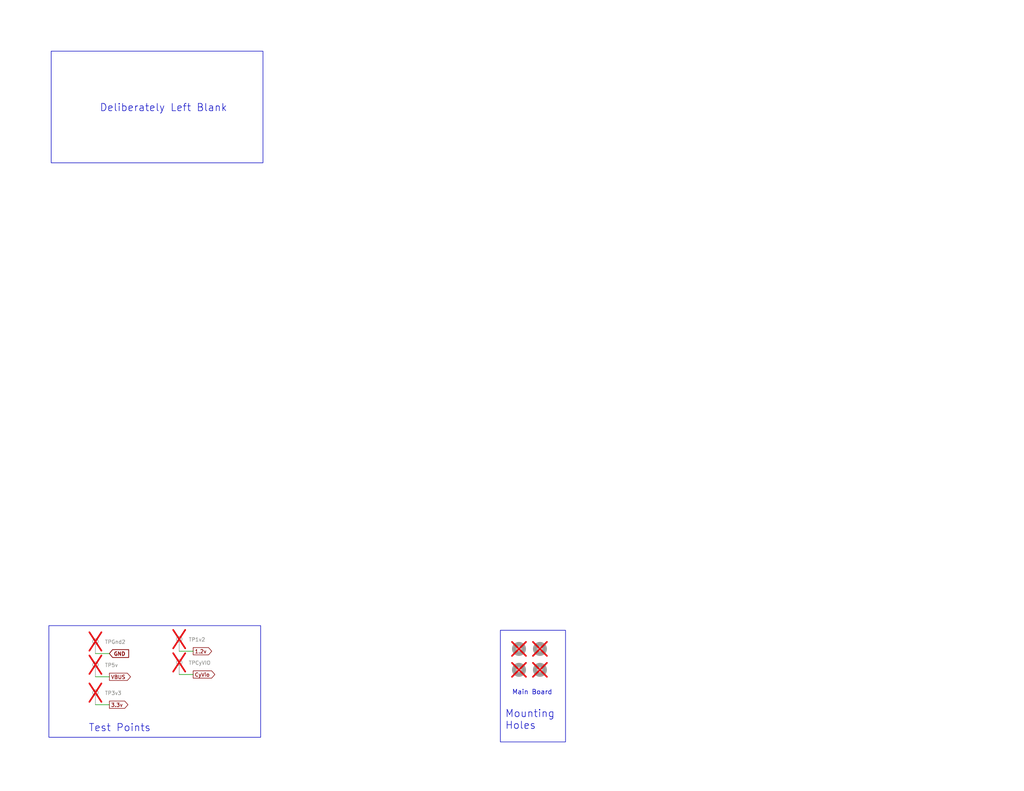
<source format=kicad_sch>
(kicad_sch (version 20231120) (generator "eeschema") (generator_version "8.0")
  (paper "USLetter")
  (title_block (title "XerxesSDR-Dual") (date "2025-04-28") (rev "0.0.1") (company "Dave Witten, KD0EAG; Tom  McDermott, N5EG; Franco Venturi, K4VZ") (comment 2 "[ A Minimalist Rework of HF-103 designed by Oskar Stella, ik1xpv ]") (comment 3 "Infineon/Cypress  FX3 DevKit and LTC2208 and Xilinx XC7-A35T ") (comment 4 "An initial work-in-progress design based on the based on the") (comment 5 "A development straw-man based on the based on the"))
  (lib_symbols
    (symbol "Connector:TestPoint" (pin_numbers hide) (pin_names (offset 0.762) hide)
      (property "Reference" "TP" (at 0 6.858 0))
      (property "Value" "TestPoint" (at 0 5.08 0))
      (symbol "TestPoint_0_1"
        (circle (center 0 3.302) (radius 0.762))
      )
      (symbol "TestPoint_1_1"
        (pin passive line (at 0 0 90) (length 2.54) (name "1") (number "1"))
      )
    )
    (symbol "Mechanical:MountingHole" (pin_names (offset 1.016))
      (property "Reference" "H" (at 0 5.08 0))
      (property "Value" "MountingHole" (at 0 3.175 0))
      (symbol "MountingHole_0_1"
        (circle (center 0 0) (radius 1.27) (stroke (width 1.27)))
      )
    )
    (symbol "MountingHole_1" (pin_numbers hide) (pin_names (offset 1.016))
      (property "Reference" "H" (at 0 5.08 0))
      (property "Value" "MountingHole" (at 0 3.175 0))
      (symbol "MountingHole_1_0_1"
        (circle (center 0 0) (radius 1.27) (stroke (width 1.27)))
      )
    )
  )
  (wire (pts (xy 48.895 177.8) (xy 52.705 177.8)))
  (wire (pts (xy 26.035 184.785) (xy 29.845 184.785)))
  (wire (pts (xy 26.035 192.405) (xy 29.845 192.405)))
  (wire (pts (xy 48.895 184.15) (xy 52.705 184.15)))
  (wire (pts (xy 26.035 178.435) (xy 29.845 178.435)))
  (rectangle (start 13.335 170.815) (end 71.12 201.295))
  (rectangle (start 13.97 13.97) (end 71.755 44.45))
  (rectangle (start 136.525 172.085) (end 154.305 202.565))
  (text "Deliberately Left Blank" (at 27.178 30.734 0) (effects (font (size 2 2)) (justify left bottom)))
  (text "Test Points" (at 24.13 200.025 0) (effects (font (size 2 2)) (justify left bottom)))
  (text "Main Board" (at 139.7 189.865 0) (effects (font (size 1.27 1.27)) (justify left bottom)))
  (text "Mounting \nHoles" (at 137.795 199.39 0) (effects (font (size 2 2)) (justify left bottom)))
  (global_label "3.3v" (shape output) (at 29.845 192.405 0) (effects (font (size 1 1))) (property "Intersheetrefs" "${INTERSHEET_REFS}" (at 35.3382 192.405 0) (effects (justify left))))
  (global_label "VBUS" (shape output) (at 29.845 184.785 0) (effects (font (size 1 1))) (property "Intersheetrefs" "${INTERSHEET_REFS}" (at 46.2124 184.15 0) (effects (justify left))))
  (global_label "1.2v" (shape output) (at 52.705 177.8 0) (effects (font (size 1 1))) (property "Intersheetrefs" "${INTERSHEET_REFS}" (at 58.1982 177.8 0) (effects (justify left))))
  (global_label "CyVio" (shape output) (at 52.705 184.15 0) (effects (font (size 1 1))) (property "Intersheetrefs" "${INTERSHEET_REFS}" (at 59.0553 184.15 0) (effects (justify left))))
  (global_label "GND" (shape input) (at 29.845 178.435 0) (effects (font (size 1 1) (bold yes))) (property "Intersheetrefs" "${INTERSHEET_REFS}" (at 35.6179 178.435 0) (effects (justify left))))
  (symbol (lib_id "Connector:TestPoint") (at 26.035 192.405 0) (unit 1) (in_bom no) (dnp yes)
    (property "Reference" "TP2" (effects (hide yes)))
    (property "Value" "TP3v3" (at 28.575 189.23 0) (effects (font (size 1 1)) (justify left)))
    (property "Footprint" "TestPoint:TestPoint_THTPad_1.0x1.0mm_Drill0.5mm" (effects (hide yes)))
  )
  (symbol (lib_id "Mechanical:MountingHole") (at 141.605 182.88 0) (unit 1) (dnp yes)
    (property "Reference" "H6" (effects (hide yes)))
    (property "Value" "MountingHole" (effects (hide yes)))
    (property "Footprint" "MountingHole:MountingHole_3.2mm_M3_Pad_Via" (effects (hide yes)))
  )
  (symbol (lib_id "Connector:TestPoint") (at 48.895 177.8 0) (unit 1) (in_bom no) (dnp yes)
    (property "Reference" "TP1v1" (effects (hide yes)))
    (property "Value" "TP1v2" (at 51.435 174.625 0) (effects (font (size 1 1)) (justify left)))
    (property "Footprint" "TestPoint:TestPoint_THTPad_1.0x1.0mm_Drill0.5mm" (effects (hide yes)))
  )
  (symbol (lib_id "Connector:TestPoint") (at 26.035 178.435 0) (unit 1) (in_bom no) (dnp yes)
    (property "Reference" "TPGnd2" (at 28.575 175.26 0) (effects (font (size 1 1)) (justify left)))
    (property "Value" "TPGnd" (effects (hide yes)))
    (property "Footprint" "TestPoint:TestPoint_THTPad_1.0x1.0mm_Drill0.5mm" (effects (hide yes)))
  )
  (symbol (lib_name "MountingHole_1") (lib_id "Mechanical:MountingHole") (at 141.605 177.165 0) (unit 1) (dnp yes)
    (property "Reference" "H5" (effects (hide yes)))
    (property "Value" "MountingHole" (effects (hide yes)))
    (property "Footprint" "MountingHole:MountingHole_3.2mm_M3_Pad_Via" (effects (hide yes)))
  )
  (symbol (lib_id "Connector:TestPoint") (at 48.895 184.15 0) (unit 1) (in_bom no) (dnp yes)
    (property "Reference" "TP4" (effects (hide yes)))
    (property "Value" "TPCyVIO" (at 51.435 180.975 0) (effects (font (size 1 1)) (justify left)))
    (property "Footprint" "TestPoint:TestPoint_THTPad_1.0x1.0mm_Drill0.5mm" (effects (hide yes)))
  )
  (symbol (lib_id "Mechanical:MountingHole") (at 147.32 182.88 0) (unit 1) (in_bom no) (dnp yes)
    (property "Reference" "H8" (effects (hide yes)))
    (property "Value" "MountingHole" (effects (hide yes)))
    (property "Footprint" "MountingHole:MountingHole_3.2mm_M3_Pad_Via" (effects (hide yes)))
  )
  (symbol (lib_id "Mechanical:MountingHole") (at 147.32 177.165 0) (unit 1) (dnp yes)
    (property "Reference" "H7" (effects (hide yes)))
    (property "Value" "MountingHole" (effects (hide yes)))
    (property "Footprint" "MountingHole:MountingHole_3.2mm_M3_Pad_Via" (effects (hide yes)))
  )
  (symbol (lib_id "Connector:TestPoint") (at 26.035 184.785 0) (unit 1) (in_bom no) (dnp yes)
    (property "Reference" "TP5v1" (effects (hide yes)))
    (property "Value" "TP5v" (at 28.575 181.61 0) (effects (font (size 1 1)) (justify left)))
    (property "Footprint" "TestPoint:TestPoint_THTPad_1.0x1.0mm_Drill0.5mm" (effects (hide yes)))
  )
)
</source>
